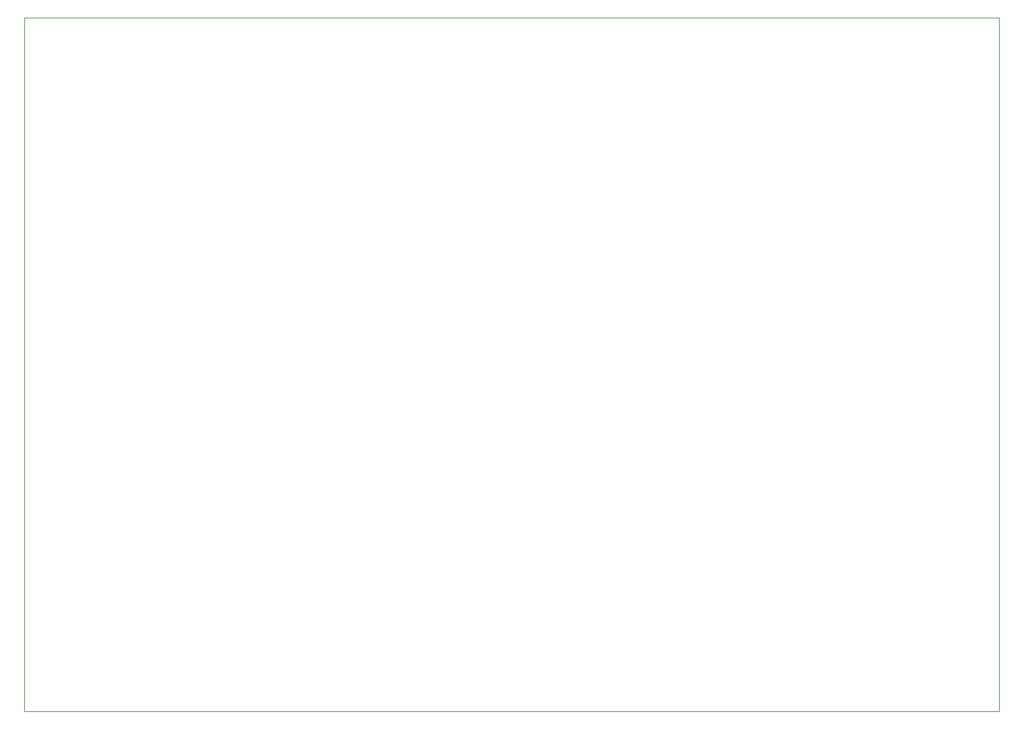
<source format=gbr>
%TF.GenerationSoftware,KiCad,Pcbnew,8.0.3*%
%TF.CreationDate,2025-03-11T00:39:16-07:00*%
%TF.ProjectId,Accumulator_Board,41636375-6d75-46c6-9174-6f725f426f61,3.2*%
%TF.SameCoordinates,Original*%
%TF.FileFunction,Profile,NP*%
%FSLAX46Y46*%
G04 Gerber Fmt 4.6, Leading zero omitted, Abs format (unit mm)*
G04 Created by KiCad (PCBNEW 8.0.3) date 2025-03-11 00:39:16*
%MOMM*%
%LPD*%
G01*
G04 APERTURE LIST*
%TA.AperFunction,Profile*%
%ADD10C,0.050000*%
%TD*%
G04 APERTURE END LIST*
D10*
X22860000Y-21590000D02*
X148590000Y-21590000D01*
X148590000Y-111125000D01*
X22860000Y-111125000D01*
X22860000Y-21590000D01*
M02*

</source>
